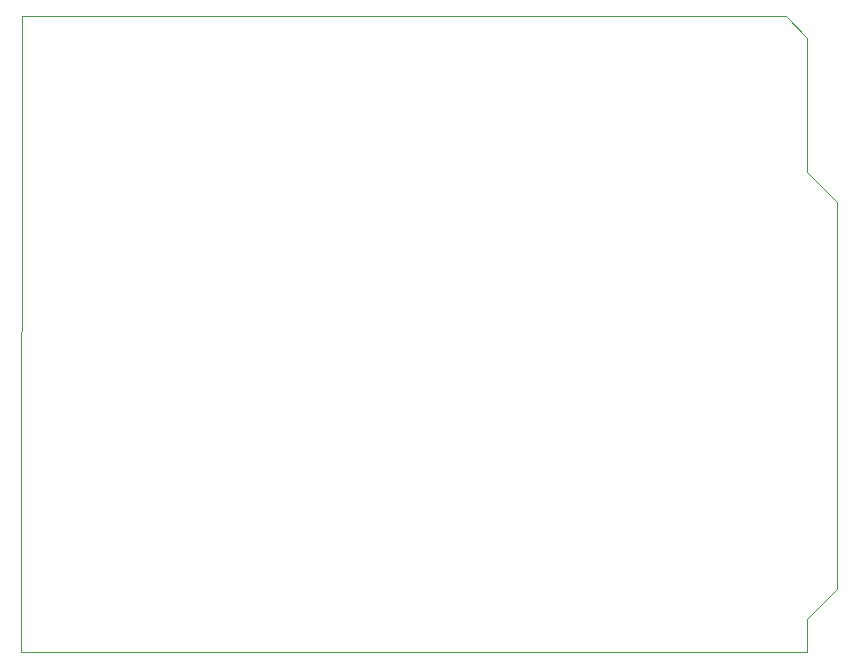
<source format=gm1>
%TF.GenerationSoftware,KiCad,Pcbnew,6.0.9-8da3e8f707~116~ubuntu20.04.1*%
%TF.CreationDate,2022-11-14T11:53:29+01:00*%
%TF.ProjectId,shield_b,73686965-6c64-45f6-922e-6b696361645f,1.2*%
%TF.SameCoordinates,Original*%
%TF.FileFunction,Profile,NP*%
%FSLAX46Y46*%
G04 Gerber Fmt 4.6, Leading zero omitted, Abs format (unit mm)*
G04 Created by KiCad (PCBNEW 6.0.9-8da3e8f707~116~ubuntu20.04.1) date 2022-11-14 11:53:29*
%MOMM*%
%LPD*%
G01*
G04 APERTURE LIST*
%TA.AperFunction,Profile*%
%ADD10C,0.100000*%
%TD*%
G04 APERTURE END LIST*
D10*
X136750000Y-93000000D02*
X136750000Y-95800000D01*
X139300000Y-90450000D02*
X136750000Y-93000000D01*
X136750000Y-55150000D02*
X139300000Y-57700000D01*
X70250000Y-41950000D02*
X134950000Y-41950000D01*
X136750000Y-43750000D02*
X136750000Y-55150000D01*
X134950000Y-41950000D02*
X136750000Y-43750000D01*
X70200000Y-95800000D02*
X70250000Y-41950000D01*
X136750000Y-95800000D02*
X70200000Y-95800000D01*
X139300000Y-57700000D02*
X139300000Y-90450000D01*
M02*

</source>
